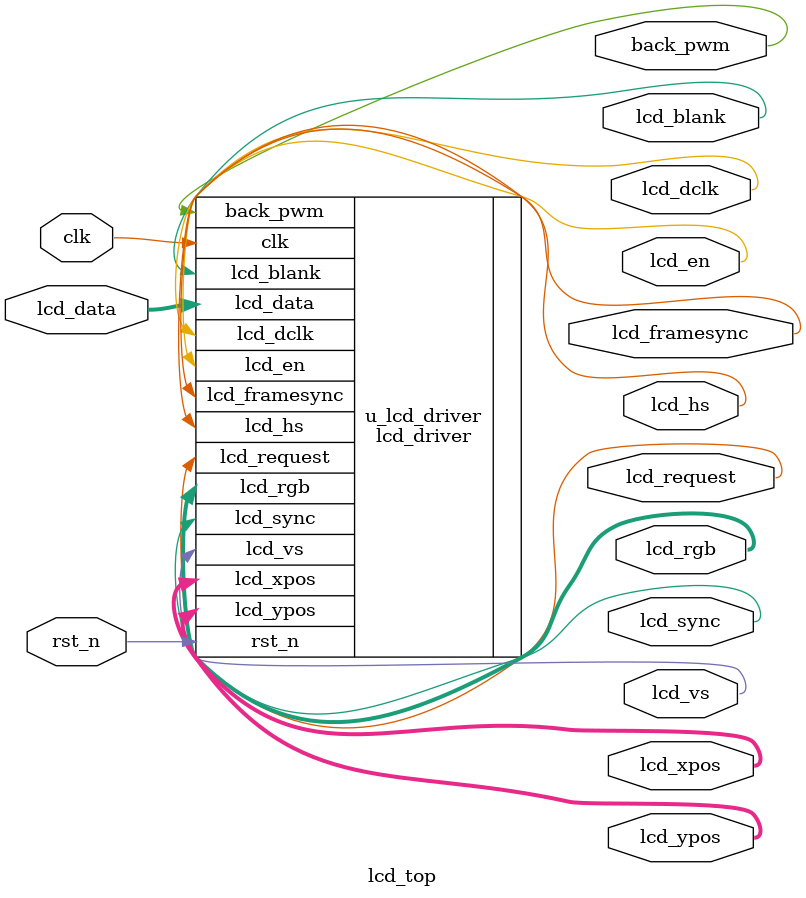
<source format=v>
/*-------------------------------------------------------------------------
Filename			:		sdram_ov7670_vga.v
Description			:		sdram vga controller with ov7670 display.
Modification History	:
Data			By			Version			Change Description
===========================================================================
13/02/1
--------------------------------------------------------------------------*/
module lcd_top
(  	
	//global clock
	input			clk,			//system clock
	input			rst_n,     		//sync reset
	
	//lcd interface
	output			lcd_dclk,   	//lcd pixel clock
	output			lcd_blank,		//lcd blank
	output			lcd_sync,		//lcd sync
	output			lcd_hs,	    	//lcd horizontal sync
	output			lcd_vs,	    	//lcd vertical sync
	output			lcd_en,			//lcd display enable
	output	[15:0]	lcd_rgb,		//lcd display data
	output         back_pwm,      //LCD back led control		

	//user interface
	output			lcd_request,	//lcd data request
	output			lcd_framesync,	//lcd frame sync
	output	[10:0]	lcd_xpos,		//lcd horizontal coordinate
	output	[10:0]	lcd_ypos,		//lcd vertical coordinate
	input	[15:0]	lcd_data		//lcd data
);	  


//-------------------------------------
lcd_driver u_lcd_driver
(
	//global clock
	.clk			(clk),		
	.rst_n			(rst_n), 
	 
	 //lcd interface
	.lcd_dclk		(lcd_dclk),
	.lcd_blank		(lcd_blank),
	.lcd_sync		(lcd_sync),		    	
	.lcd_hs			(lcd_hs),		
	.lcd_vs			(lcd_vs),
	.lcd_en			(lcd_en),		
	.lcd_rgb		   (lcd_rgb),	
	.back_pwm		(back_pwm),		            //lcd back led control		

	
	//user interface
	.lcd_request	(lcd_request),
	.lcd_framesync	(lcd_framesync),
	.lcd_data		(lcd_data),	
	.lcd_xpos		(lcd_xpos),	
	.lcd_ypos		(lcd_ypos)
);

endmodule



</source>
